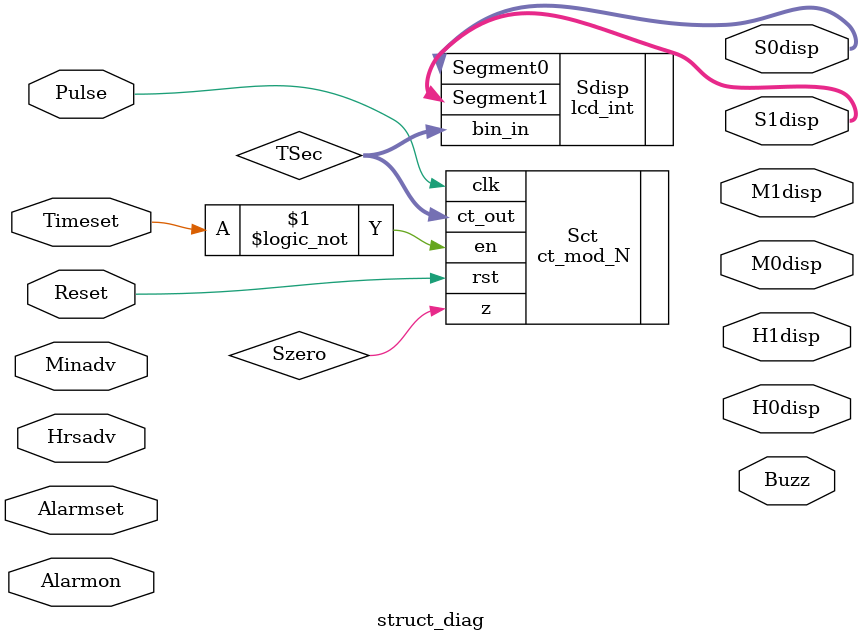
<source format=sv>
module struct_diag #(parameter NS=60, NH=24)(
  input Reset,
        Timeset, 	  // manual buttons
        Alarmset,	  //	(five total)
		Minadv,
		Hrsadv,
		Alarmon,
		Pulse,		  // assume 1/sec.
// 6 decimal digit display (7 segment)
  output [6:0] S1disp, S0disp, 	   // 2-digit seconds display
               M1disp, M0disp, 
               H1disp, H0disp,
//                       D0disp,   // for part 2
  output logic Buzz);	           // alarm sounds
// internal connections (may need more)
  logic[6:0] TSec, TMin, THrs,     // clock/time 
             AMin, AHrs;		   // alarm setting
  logic[6:0] Min, Hrs;
  logic Szero, Mzero, Hzero, 	   // "carry out" from sec -> min, min -> hrs, hrs -> days
        TMen, THen, AMen, AHen; 

// free-running seconds counter	-- be sure to set parameters on ct_mod_N modules
  ct_mod_N #(.N(NS)) Sct(
// input ports
    .clk(Pulse), .rst(Reset), .en(!Timeset), 
// output ports    
    .ct_out(TSec), .z(Szero)
    );
// minutes counter -- runs at either 1/sec or 1/60sec
  ct_mod_N #(.N()) Mct(
    .clk(), .rst(), .en(TMen), .ct_out(TMin), .z(Mzero)
    );
// hours counter -- runs at either 1/sec or 1/60min
  ct_mod_N #(.N()) Hct(
	.clk(), .rst(), .en(), .ct_out(), .z()
    );
// alarm set registers -- either hold or advance 1/sec
  ct_mod_N #(.N()) Mreg(
// input ports
    .clk(), .rst(), .en(AMen), 
// output ports    
    .ct_out(AMin), .z()
    ); 

  ct_mod_N #(.N()) Hreg(
    .clk(), .rst(), .en(), .ct_out(), .z()
    ); 

// display drivers (2 digits each, 6 digits total)
  lcd_int Sdisp(
    .bin_in    (TSec)  ,
	.Segment1  (S1disp),
	.Segment0  (S0disp)
	);

  lcd_int Mdisp(
    .bin_in    (Min),
	.Segment1  (   ),
	.Segment0  (   )
	);

  lcd_int Hdisp(
    .bin_in    (Hrs),
	.Segment1  (   ),
	.Segment0  (   )
	);

// buzz off :)	  make the connections
  alarm a1(
    .tmin(), .amin(), .thrs(), .ahrs(), .buzz()
	);

endmodule
</source>
